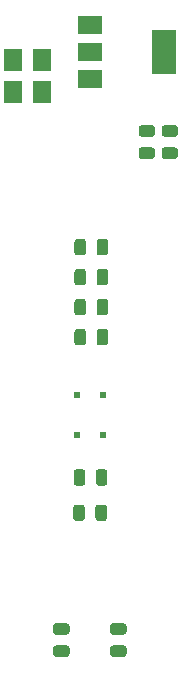
<source format=gbp>
G04 #@! TF.GenerationSoftware,KiCad,Pcbnew,5.1.6-1.fc31*
G04 #@! TF.CreationDate,2020-07-21T16:24:12+03:00*
G04 #@! TF.ProjectId,rudy,72756479-2e6b-4696-9361-645f70636258,rev?*
G04 #@! TF.SameCoordinates,Original*
G04 #@! TF.FileFunction,Paste,Bot*
G04 #@! TF.FilePolarity,Positive*
%FSLAX46Y46*%
G04 Gerber Fmt 4.6, Leading zero omitted, Abs format (unit mm)*
G04 Created by KiCad (PCBNEW 5.1.6-1.fc31) date 2020-07-21 16:24:12*
%MOMM*%
%LPD*%
G01*
G04 APERTURE LIST*
%ADD10R,2.000000X3.800000*%
%ADD11R,2.000000X1.500000*%
%ADD12R,1.500000X1.950000*%
%ADD13R,0.500000X0.500000*%
G04 APERTURE END LIST*
D10*
X82398000Y-59690000D03*
D11*
X76098000Y-59690000D03*
X76098000Y-57390000D03*
X76098000Y-61990000D03*
D12*
X69596000Y-60347000D03*
X69596000Y-63097000D03*
X72009000Y-60347000D03*
X72009000Y-63097000D03*
D13*
X77150000Y-88700000D03*
X74950000Y-88700000D03*
X77150000Y-92100000D03*
X74950000Y-92100000D03*
G36*
G01*
X80442750Y-65885000D02*
X81355250Y-65885000D01*
G75*
G02*
X81599000Y-66128750I0J-243750D01*
G01*
X81599000Y-66616250D01*
G75*
G02*
X81355250Y-66860000I-243750J0D01*
G01*
X80442750Y-66860000D01*
G75*
G02*
X80199000Y-66616250I0J243750D01*
G01*
X80199000Y-66128750D01*
G75*
G02*
X80442750Y-65885000I243750J0D01*
G01*
G37*
G36*
G01*
X80442750Y-67760000D02*
X81355250Y-67760000D01*
G75*
G02*
X81599000Y-68003750I0J-243750D01*
G01*
X81599000Y-68491250D01*
G75*
G02*
X81355250Y-68735000I-243750J0D01*
G01*
X80442750Y-68735000D01*
G75*
G02*
X80199000Y-68491250I0J243750D01*
G01*
X80199000Y-68003750D01*
G75*
G02*
X80442750Y-67760000I243750J0D01*
G01*
G37*
G36*
G01*
X78029750Y-108049000D02*
X78942250Y-108049000D01*
G75*
G02*
X79186000Y-108292750I0J-243750D01*
G01*
X79186000Y-108780250D01*
G75*
G02*
X78942250Y-109024000I-243750J0D01*
G01*
X78029750Y-109024000D01*
G75*
G02*
X77786000Y-108780250I0J243750D01*
G01*
X77786000Y-108292750D01*
G75*
G02*
X78029750Y-108049000I243750J0D01*
G01*
G37*
G36*
G01*
X78029750Y-109924000D02*
X78942250Y-109924000D01*
G75*
G02*
X79186000Y-110167750I0J-243750D01*
G01*
X79186000Y-110655250D01*
G75*
G02*
X78942250Y-110899000I-243750J0D01*
G01*
X78029750Y-110899000D01*
G75*
G02*
X77786000Y-110655250I0J243750D01*
G01*
X77786000Y-110167750D01*
G75*
G02*
X78029750Y-109924000I243750J0D01*
G01*
G37*
G36*
G01*
X73203750Y-109924000D02*
X74116250Y-109924000D01*
G75*
G02*
X74360000Y-110167750I0J-243750D01*
G01*
X74360000Y-110655250D01*
G75*
G02*
X74116250Y-110899000I-243750J0D01*
G01*
X73203750Y-110899000D01*
G75*
G02*
X72960000Y-110655250I0J243750D01*
G01*
X72960000Y-110167750D01*
G75*
G02*
X73203750Y-109924000I243750J0D01*
G01*
G37*
G36*
G01*
X73203750Y-108049000D02*
X74116250Y-108049000D01*
G75*
G02*
X74360000Y-108292750I0J-243750D01*
G01*
X74360000Y-108780250D01*
G75*
G02*
X74116250Y-109024000I-243750J0D01*
G01*
X73203750Y-109024000D01*
G75*
G02*
X72960000Y-108780250I0J243750D01*
G01*
X72960000Y-108292750D01*
G75*
G02*
X73203750Y-108049000I243750J0D01*
G01*
G37*
G36*
G01*
X74775000Y-81736250D02*
X74775000Y-80823750D01*
G75*
G02*
X75018750Y-80580000I243750J0D01*
G01*
X75506250Y-80580000D01*
G75*
G02*
X75750000Y-80823750I0J-243750D01*
G01*
X75750000Y-81736250D01*
G75*
G02*
X75506250Y-81980000I-243750J0D01*
G01*
X75018750Y-81980000D01*
G75*
G02*
X74775000Y-81736250I0J243750D01*
G01*
G37*
G36*
G01*
X76650000Y-81736250D02*
X76650000Y-80823750D01*
G75*
G02*
X76893750Y-80580000I243750J0D01*
G01*
X77381250Y-80580000D01*
G75*
G02*
X77625000Y-80823750I0J-243750D01*
G01*
X77625000Y-81736250D01*
G75*
G02*
X77381250Y-81980000I-243750J0D01*
G01*
X76893750Y-81980000D01*
G75*
G02*
X76650000Y-81736250I0J243750D01*
G01*
G37*
G36*
G01*
X74775000Y-79196250D02*
X74775000Y-78283750D01*
G75*
G02*
X75018750Y-78040000I243750J0D01*
G01*
X75506250Y-78040000D01*
G75*
G02*
X75750000Y-78283750I0J-243750D01*
G01*
X75750000Y-79196250D01*
G75*
G02*
X75506250Y-79440000I-243750J0D01*
G01*
X75018750Y-79440000D01*
G75*
G02*
X74775000Y-79196250I0J243750D01*
G01*
G37*
G36*
G01*
X76650000Y-79196250D02*
X76650000Y-78283750D01*
G75*
G02*
X76893750Y-78040000I243750J0D01*
G01*
X77381250Y-78040000D01*
G75*
G02*
X77625000Y-78283750I0J-243750D01*
G01*
X77625000Y-79196250D01*
G75*
G02*
X77381250Y-79440000I-243750J0D01*
G01*
X76893750Y-79440000D01*
G75*
G02*
X76650000Y-79196250I0J243750D01*
G01*
G37*
G36*
G01*
X76650000Y-84276250D02*
X76650000Y-83363750D01*
G75*
G02*
X76893750Y-83120000I243750J0D01*
G01*
X77381250Y-83120000D01*
G75*
G02*
X77625000Y-83363750I0J-243750D01*
G01*
X77625000Y-84276250D01*
G75*
G02*
X77381250Y-84520000I-243750J0D01*
G01*
X76893750Y-84520000D01*
G75*
G02*
X76650000Y-84276250I0J243750D01*
G01*
G37*
G36*
G01*
X74775000Y-84276250D02*
X74775000Y-83363750D01*
G75*
G02*
X75018750Y-83120000I243750J0D01*
G01*
X75506250Y-83120000D01*
G75*
G02*
X75750000Y-83363750I0J-243750D01*
G01*
X75750000Y-84276250D01*
G75*
G02*
X75506250Y-84520000I-243750J0D01*
G01*
X75018750Y-84520000D01*
G75*
G02*
X74775000Y-84276250I0J243750D01*
G01*
G37*
G36*
G01*
X75750000Y-75743750D02*
X75750000Y-76656250D01*
G75*
G02*
X75506250Y-76900000I-243750J0D01*
G01*
X75018750Y-76900000D01*
G75*
G02*
X74775000Y-76656250I0J243750D01*
G01*
X74775000Y-75743750D01*
G75*
G02*
X75018750Y-75500000I243750J0D01*
G01*
X75506250Y-75500000D01*
G75*
G02*
X75750000Y-75743750I0J-243750D01*
G01*
G37*
G36*
G01*
X77625000Y-75743750D02*
X77625000Y-76656250D01*
G75*
G02*
X77381250Y-76900000I-243750J0D01*
G01*
X76893750Y-76900000D01*
G75*
G02*
X76650000Y-76656250I0J243750D01*
G01*
X76650000Y-75743750D01*
G75*
G02*
X76893750Y-75500000I243750J0D01*
G01*
X77381250Y-75500000D01*
G75*
G02*
X77625000Y-75743750I0J-243750D01*
G01*
G37*
G36*
G01*
X76587500Y-96156250D02*
X76587500Y-95243750D01*
G75*
G02*
X76831250Y-95000000I243750J0D01*
G01*
X77318750Y-95000000D01*
G75*
G02*
X77562500Y-95243750I0J-243750D01*
G01*
X77562500Y-96156250D01*
G75*
G02*
X77318750Y-96400000I-243750J0D01*
G01*
X76831250Y-96400000D01*
G75*
G02*
X76587500Y-96156250I0J243750D01*
G01*
G37*
G36*
G01*
X74712500Y-96156250D02*
X74712500Y-95243750D01*
G75*
G02*
X74956250Y-95000000I243750J0D01*
G01*
X75443750Y-95000000D01*
G75*
G02*
X75687500Y-95243750I0J-243750D01*
G01*
X75687500Y-96156250D01*
G75*
G02*
X75443750Y-96400000I-243750J0D01*
G01*
X74956250Y-96400000D01*
G75*
G02*
X74712500Y-96156250I0J243750D01*
G01*
G37*
G36*
G01*
X74675000Y-99156250D02*
X74675000Y-98243750D01*
G75*
G02*
X74918750Y-98000000I243750J0D01*
G01*
X75406250Y-98000000D01*
G75*
G02*
X75650000Y-98243750I0J-243750D01*
G01*
X75650000Y-99156250D01*
G75*
G02*
X75406250Y-99400000I-243750J0D01*
G01*
X74918750Y-99400000D01*
G75*
G02*
X74675000Y-99156250I0J243750D01*
G01*
G37*
G36*
G01*
X76550000Y-99156250D02*
X76550000Y-98243750D01*
G75*
G02*
X76793750Y-98000000I243750J0D01*
G01*
X77281250Y-98000000D01*
G75*
G02*
X77525000Y-98243750I0J-243750D01*
G01*
X77525000Y-99156250D01*
G75*
G02*
X77281250Y-99400000I-243750J0D01*
G01*
X76793750Y-99400000D01*
G75*
G02*
X76550000Y-99156250I0J243750D01*
G01*
G37*
G36*
G01*
X82393750Y-65885000D02*
X83306250Y-65885000D01*
G75*
G02*
X83550000Y-66128750I0J-243750D01*
G01*
X83550000Y-66616250D01*
G75*
G02*
X83306250Y-66860000I-243750J0D01*
G01*
X82393750Y-66860000D01*
G75*
G02*
X82150000Y-66616250I0J243750D01*
G01*
X82150000Y-66128750D01*
G75*
G02*
X82393750Y-65885000I243750J0D01*
G01*
G37*
G36*
G01*
X82393750Y-67760000D02*
X83306250Y-67760000D01*
G75*
G02*
X83550000Y-68003750I0J-243750D01*
G01*
X83550000Y-68491250D01*
G75*
G02*
X83306250Y-68735000I-243750J0D01*
G01*
X82393750Y-68735000D01*
G75*
G02*
X82150000Y-68491250I0J243750D01*
G01*
X82150000Y-68003750D01*
G75*
G02*
X82393750Y-67760000I243750J0D01*
G01*
G37*
M02*

</source>
